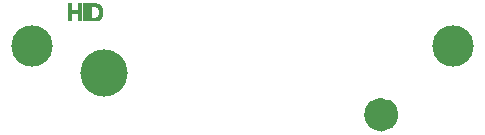
<source format=gbr>
%TF.GenerationSoftware,KiCad,Pcbnew,(6.0.6)*%
%TF.CreationDate,2022-08-23T20:39:58+01:00*%
%TF.ProjectId,rearcase,72656172-6361-4736-952e-6b696361645f,rev?*%
%TF.SameCoordinates,Original*%
%TF.FileFunction,Soldermask,Top*%
%TF.FilePolarity,Negative*%
%FSLAX46Y46*%
G04 Gerber Fmt 4.6, Leading zero omitted, Abs format (unit mm)*
G04 Created by KiCad (PCBNEW (6.0.6)) date 2022-08-23 20:39:58*
%MOMM*%
%LPD*%
G01*
G04 APERTURE LIST*
%ADD10C,0.040000*%
%ADD11C,1.460000*%
%ADD12C,3.500000*%
%ADD13C,4.000000*%
G04 APERTURE END LIST*
D10*
G36*
X139503980Y-94958513D02*
G01*
X140075152Y-94958513D01*
X140075152Y-94390295D01*
X140366647Y-94390295D01*
X140366647Y-95833981D01*
X140075152Y-95833981D01*
X140075152Y-95202739D01*
X139503980Y-95202739D01*
X139503980Y-95833981D01*
X139212485Y-95833981D01*
X139212485Y-94390295D01*
X139503980Y-94390295D01*
X139503980Y-94958513D01*
G37*
X139503980Y-94958513D02*
X140075152Y-94958513D01*
X140075152Y-94390295D01*
X140366647Y-94390295D01*
X140366647Y-95833981D01*
X140075152Y-95833981D01*
X140075152Y-95202739D01*
X139503980Y-95202739D01*
X139503980Y-95833981D01*
X139212485Y-95833981D01*
X139212485Y-94390295D01*
X139503980Y-94390295D01*
X139503980Y-94958513D01*
G36*
X140797342Y-95833981D02*
G01*
X140505847Y-95833981D01*
X140505847Y-94390295D01*
X140797342Y-94390295D01*
X140797342Y-95833981D01*
G37*
X140797342Y-95833981D02*
X140505847Y-95833981D01*
X140505847Y-94390295D01*
X140797342Y-94390295D01*
X140797342Y-95833981D01*
G36*
X141453552Y-94390295D02*
G01*
X141497267Y-94390726D01*
X141538305Y-94392018D01*
X141576665Y-94394173D01*
X141612348Y-94397189D01*
X141645353Y-94401066D01*
X141675681Y-94405805D01*
X141703332Y-94411406D01*
X141728306Y-94417868D01*
X141744043Y-94422773D01*
X141759496Y-94428132D01*
X141774663Y-94433944D01*
X141789547Y-94440211D01*
X141804145Y-94446932D01*
X141818459Y-94454106D01*
X141832489Y-94461734D01*
X141846233Y-94469817D01*
X141859693Y-94478353D01*
X141872868Y-94487343D01*
X141885759Y-94496787D01*
X141898365Y-94506685D01*
X141910686Y-94517036D01*
X141922723Y-94527842D01*
X141934475Y-94539102D01*
X141945942Y-94550815D01*
X141957097Y-94562925D01*
X141967915Y-94575373D01*
X141978393Y-94588159D01*
X141988533Y-94601284D01*
X141998335Y-94614748D01*
X142007798Y-94628550D01*
X142016923Y-94642691D01*
X142025709Y-94657170D01*
X142034157Y-94671988D01*
X142042266Y-94687144D01*
X142050036Y-94702639D01*
X142057468Y-94718473D01*
X142064562Y-94734645D01*
X142071317Y-94751155D01*
X142077733Y-94768005D01*
X142083811Y-94785192D01*
X142089535Y-94802680D01*
X142094890Y-94820676D01*
X142099875Y-94839179D01*
X142104491Y-94858189D01*
X142108738Y-94877708D01*
X142112616Y-94897734D01*
X142116124Y-94918268D01*
X142119263Y-94939310D01*
X142122033Y-94960859D01*
X142124433Y-94982917D01*
X142128126Y-95028555D01*
X142130342Y-95076224D01*
X142131080Y-95125925D01*
X142130388Y-95169717D01*
X142128311Y-95211970D01*
X142124849Y-95252685D01*
X142120002Y-95291860D01*
X142113770Y-95329497D01*
X142106153Y-95365596D01*
X142097152Y-95400155D01*
X142092132Y-95416858D01*
X142086766Y-95433176D01*
X142079815Y-95452637D01*
X142072502Y-95471629D01*
X142064827Y-95490151D01*
X142056791Y-95508204D01*
X142048394Y-95525788D01*
X142039634Y-95542902D01*
X142030514Y-95559548D01*
X142021031Y-95575723D01*
X142011187Y-95591430D01*
X142000982Y-95606667D01*
X141990415Y-95621435D01*
X141979486Y-95635733D01*
X141968196Y-95649563D01*
X141956544Y-95662923D01*
X141944530Y-95675813D01*
X141932155Y-95688234D01*
X141922469Y-95697340D01*
X141912367Y-95706191D01*
X141901850Y-95714789D01*
X141890918Y-95723132D01*
X141879570Y-95731222D01*
X141867806Y-95739058D01*
X141855627Y-95746640D01*
X141843033Y-95753969D01*
X141830023Y-95761043D01*
X141816598Y-95767863D01*
X141802757Y-95774430D01*
X141788501Y-95780743D01*
X141773829Y-95786801D01*
X141758742Y-95792606D01*
X141743239Y-95798157D01*
X141727321Y-95803454D01*
X141715004Y-95807151D01*
X141702179Y-95810609D01*
X141688845Y-95813829D01*
X141675005Y-95816810D01*
X141660656Y-95819553D01*
X141645800Y-95822057D01*
X141630436Y-95824322D01*
X141614564Y-95826350D01*
X141581297Y-95829689D01*
X141545998Y-95832073D01*
X141508669Y-95833504D01*
X141469308Y-95833981D01*
X140920786Y-95833981D01*
X140920786Y-95590742D01*
X141212281Y-95590742D01*
X141429917Y-95590742D01*
X141459384Y-95590526D01*
X141486727Y-95589880D01*
X141511946Y-95588803D01*
X141535043Y-95587295D01*
X141556015Y-95585357D01*
X141574865Y-95582987D01*
X141591591Y-95580187D01*
X141606193Y-95576955D01*
X141614960Y-95574643D01*
X141623535Y-95572138D01*
X141631917Y-95569442D01*
X141640107Y-95566552D01*
X141648104Y-95563471D01*
X141655909Y-95560197D01*
X141663522Y-95556731D01*
X141670942Y-95553073D01*
X141678171Y-95549222D01*
X141685206Y-95545179D01*
X141692050Y-95540943D01*
X141698701Y-95536516D01*
X141705160Y-95531896D01*
X141711426Y-95527083D01*
X141717500Y-95522079D01*
X141723382Y-95516882D01*
X141729221Y-95511378D01*
X141734922Y-95505450D01*
X141740485Y-95499099D01*
X141745909Y-95492326D01*
X141751194Y-95485128D01*
X141756341Y-95477508D01*
X141761350Y-95469465D01*
X141766220Y-95460998D01*
X141770951Y-95452108D01*
X141775544Y-95442795D01*
X141779999Y-95433059D01*
X141784315Y-95422899D01*
X141788493Y-95412317D01*
X141792532Y-95401311D01*
X141796432Y-95389882D01*
X141800194Y-95378029D01*
X141803772Y-95365570D01*
X141807118Y-95352564D01*
X141810234Y-95339012D01*
X141813119Y-95324913D01*
X141815774Y-95310268D01*
X141818197Y-95295078D01*
X141822352Y-95263057D01*
X141825583Y-95228852D01*
X141827891Y-95192461D01*
X141829276Y-95153885D01*
X141829738Y-95113125D01*
X141829276Y-95072486D01*
X141827891Y-95034279D01*
X141825583Y-94998503D01*
X141822352Y-94965159D01*
X141818197Y-94934246D01*
X141813119Y-94905764D01*
X141807118Y-94879714D01*
X141800194Y-94856096D01*
X141796409Y-94845048D01*
X141792439Y-94834308D01*
X141788285Y-94823876D01*
X141783946Y-94813751D01*
X141779422Y-94803934D01*
X141774713Y-94794425D01*
X141769820Y-94785224D01*
X141764743Y-94776330D01*
X141759480Y-94767744D01*
X141754033Y-94759465D01*
X141748402Y-94751495D01*
X141742585Y-94743832D01*
X141736584Y-94736476D01*
X141730398Y-94729429D01*
X141724028Y-94722689D01*
X141717473Y-94716257D01*
X141710714Y-94710106D01*
X141703732Y-94704209D01*
X141696527Y-94698566D01*
X141689099Y-94693176D01*
X141681448Y-94688041D01*
X141673573Y-94683159D01*
X141665476Y-94678532D01*
X141657155Y-94674158D01*
X141648612Y-94670038D01*
X141639845Y-94666172D01*
X141630855Y-94662560D01*
X141621642Y-94659201D01*
X141612206Y-94656097D01*
X141602546Y-94653247D01*
X141592664Y-94650650D01*
X141582558Y-94648308D01*
X141574469Y-94646638D01*
X141565463Y-94645076D01*
X141544706Y-94642276D01*
X141520287Y-94639906D01*
X141492205Y-94637967D01*
X141460461Y-94636460D01*
X141425055Y-94635383D01*
X141385987Y-94634736D01*
X141343257Y-94634521D01*
X141212281Y-94634521D01*
X141212281Y-95590742D01*
X140920786Y-95590742D01*
X140920786Y-94390295D01*
X141453552Y-94390295D01*
G37*
X141453552Y-94390295D02*
X141497267Y-94390726D01*
X141538305Y-94392018D01*
X141576665Y-94394173D01*
X141612348Y-94397189D01*
X141645353Y-94401066D01*
X141675681Y-94405805D01*
X141703332Y-94411406D01*
X141728306Y-94417868D01*
X141744043Y-94422773D01*
X141759496Y-94428132D01*
X141774663Y-94433944D01*
X141789547Y-94440211D01*
X141804145Y-94446932D01*
X141818459Y-94454106D01*
X141832489Y-94461734D01*
X141846233Y-94469817D01*
X141859693Y-94478353D01*
X141872868Y-94487343D01*
X141885759Y-94496787D01*
X141898365Y-94506685D01*
X141910686Y-94517036D01*
X141922723Y-94527842D01*
X141934475Y-94539102D01*
X141945942Y-94550815D01*
X141957097Y-94562925D01*
X141967915Y-94575373D01*
X141978393Y-94588159D01*
X141988533Y-94601284D01*
X141998335Y-94614748D01*
X142007798Y-94628550D01*
X142016923Y-94642691D01*
X142025709Y-94657170D01*
X142034157Y-94671988D01*
X142042266Y-94687144D01*
X142050036Y-94702639D01*
X142057468Y-94718473D01*
X142064562Y-94734645D01*
X142071317Y-94751155D01*
X142077733Y-94768005D01*
X142083811Y-94785192D01*
X142089535Y-94802680D01*
X142094890Y-94820676D01*
X142099875Y-94839179D01*
X142104491Y-94858189D01*
X142108738Y-94877708D01*
X142112616Y-94897734D01*
X142116124Y-94918268D01*
X142119263Y-94939310D01*
X142122033Y-94960859D01*
X142124433Y-94982917D01*
X142128126Y-95028555D01*
X142130342Y-95076224D01*
X142131080Y-95125925D01*
X142130388Y-95169717D01*
X142128311Y-95211970D01*
X142124849Y-95252685D01*
X142120002Y-95291860D01*
X142113770Y-95329497D01*
X142106153Y-95365596D01*
X142097152Y-95400155D01*
X142092132Y-95416858D01*
X142086766Y-95433176D01*
X142079815Y-95452637D01*
X142072502Y-95471629D01*
X142064827Y-95490151D01*
X142056791Y-95508204D01*
X142048394Y-95525788D01*
X142039634Y-95542902D01*
X142030514Y-95559548D01*
X142021031Y-95575723D01*
X142011187Y-95591430D01*
X142000982Y-95606667D01*
X141990415Y-95621435D01*
X141979486Y-95635733D01*
X141968196Y-95649563D01*
X141956544Y-95662923D01*
X141944530Y-95675813D01*
X141932155Y-95688234D01*
X141922469Y-95697340D01*
X141912367Y-95706191D01*
X141901850Y-95714789D01*
X141890918Y-95723132D01*
X141879570Y-95731222D01*
X141867806Y-95739058D01*
X141855627Y-95746640D01*
X141843033Y-95753969D01*
X141830023Y-95761043D01*
X141816598Y-95767863D01*
X141802757Y-95774430D01*
X141788501Y-95780743D01*
X141773829Y-95786801D01*
X141758742Y-95792606D01*
X141743239Y-95798157D01*
X141727321Y-95803454D01*
X141715004Y-95807151D01*
X141702179Y-95810609D01*
X141688845Y-95813829D01*
X141675005Y-95816810D01*
X141660656Y-95819553D01*
X141645800Y-95822057D01*
X141630436Y-95824322D01*
X141614564Y-95826350D01*
X141581297Y-95829689D01*
X141545998Y-95832073D01*
X141508669Y-95833504D01*
X141469308Y-95833981D01*
X140920786Y-95833981D01*
X140920786Y-95590742D01*
X141212281Y-95590742D01*
X141429917Y-95590742D01*
X141459384Y-95590526D01*
X141486727Y-95589880D01*
X141511946Y-95588803D01*
X141535043Y-95587295D01*
X141556015Y-95585357D01*
X141574865Y-95582987D01*
X141591591Y-95580187D01*
X141606193Y-95576955D01*
X141614960Y-95574643D01*
X141623535Y-95572138D01*
X141631917Y-95569442D01*
X141640107Y-95566552D01*
X141648104Y-95563471D01*
X141655909Y-95560197D01*
X141663522Y-95556731D01*
X141670942Y-95553073D01*
X141678171Y-95549222D01*
X141685206Y-95545179D01*
X141692050Y-95540943D01*
X141698701Y-95536516D01*
X141705160Y-95531896D01*
X141711426Y-95527083D01*
X141717500Y-95522079D01*
X141723382Y-95516882D01*
X141729221Y-95511378D01*
X141734922Y-95505450D01*
X141740485Y-95499099D01*
X141745909Y-95492326D01*
X141751194Y-95485128D01*
X141756341Y-95477508D01*
X141761350Y-95469465D01*
X141766220Y-95460998D01*
X141770951Y-95452108D01*
X141775544Y-95442795D01*
X141779999Y-95433059D01*
X141784315Y-95422899D01*
X141788493Y-95412317D01*
X141792532Y-95401311D01*
X141796432Y-95389882D01*
X141800194Y-95378029D01*
X141803772Y-95365570D01*
X141807118Y-95352564D01*
X141810234Y-95339012D01*
X141813119Y-95324913D01*
X141815774Y-95310268D01*
X141818197Y-95295078D01*
X141822352Y-95263057D01*
X141825583Y-95228852D01*
X141827891Y-95192461D01*
X141829276Y-95153885D01*
X141829738Y-95113125D01*
X141829276Y-95072486D01*
X141827891Y-95034279D01*
X141825583Y-94998503D01*
X141822352Y-94965159D01*
X141818197Y-94934246D01*
X141813119Y-94905764D01*
X141807118Y-94879714D01*
X141800194Y-94856096D01*
X141796409Y-94845048D01*
X141792439Y-94834308D01*
X141788285Y-94823876D01*
X141783946Y-94813751D01*
X141779422Y-94803934D01*
X141774713Y-94794425D01*
X141769820Y-94785224D01*
X141764743Y-94776330D01*
X141759480Y-94767744D01*
X141754033Y-94759465D01*
X141748402Y-94751495D01*
X141742585Y-94743832D01*
X141736584Y-94736476D01*
X141730398Y-94729429D01*
X141724028Y-94722689D01*
X141717473Y-94716257D01*
X141710714Y-94710106D01*
X141703732Y-94704209D01*
X141696527Y-94698566D01*
X141689099Y-94693176D01*
X141681448Y-94688041D01*
X141673573Y-94683159D01*
X141665476Y-94678532D01*
X141657155Y-94674158D01*
X141648612Y-94670038D01*
X141639845Y-94666172D01*
X141630855Y-94662560D01*
X141621642Y-94659201D01*
X141612206Y-94656097D01*
X141602546Y-94653247D01*
X141592664Y-94650650D01*
X141582558Y-94648308D01*
X141574469Y-94646638D01*
X141565463Y-94645076D01*
X141544706Y-94642276D01*
X141520287Y-94639906D01*
X141492205Y-94637967D01*
X141460461Y-94636460D01*
X141425055Y-94635383D01*
X141385987Y-94634736D01*
X141343257Y-94634521D01*
X141212281Y-94634521D01*
X141212281Y-95590742D01*
X140920786Y-95590742D01*
X140920786Y-94390295D01*
X141453552Y-94390295D01*
%TO.C,REF\u002A\u002A*%
D11*
X166480000Y-103800000D02*
G75*
G03*
X166480000Y-103800000I-730000J0D01*
G01*
%TD*%
D12*
%TO.C,REF\u002A\u002A*%
X171800000Y-98000000D03*
D13*
X142250000Y-100280000D03*
D12*
X136200000Y-98000000D03*
%TD*%
M02*

</source>
